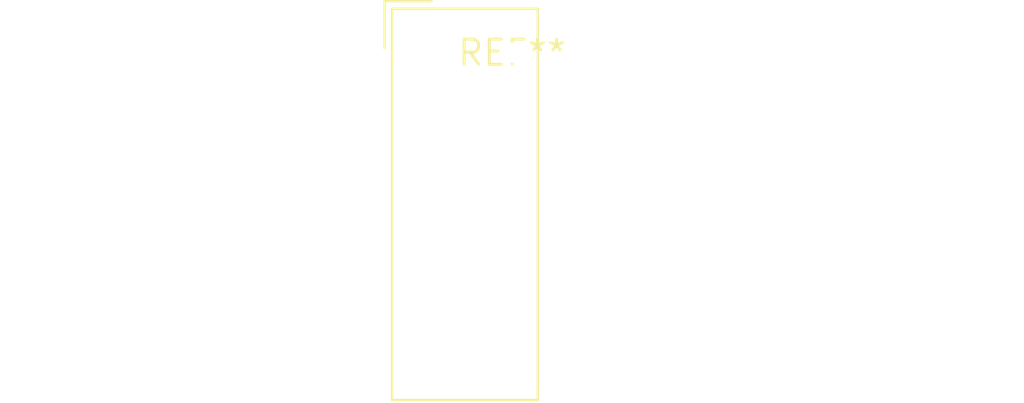
<source format=kicad_pcb>
(kicad_pcb (version 20240108) (generator pcbnew)
  (layers (0 "F.Cu" signal) (31 "B.Cu" signal) (34 "B.Paste" user) (35 "F.Paste" user) (36 "B.SilkS" user "B.Silkscreen") (37 "F.SilkS" user "F.Silkscreen") (38 "B.Mask" user) (39 "F.Mask" user) (44 "Edge.Cuts" user))
  (net 0 "")
  (footprint "Converter_DCDC_TRACO_TMA-15xxS_24xxS_Single_THT" (layer "F.Cu") (at 0 0)
    (property "Reference" "REF**")
    (property "Value" "Converter_DCDC_TRACO_TMA-15xxS_24xxS_Single_THT")
    (fp_line (start -6.425 -2.6) (end -4.058333 -2.6) (layer "F.SilkS") (stroke (width 0.12)))
    (fp_line (start -6.425 -0.233333) (end -6.425 -2.6) (layer "F.SilkS") (stroke (width 0.12)))
    (fp_line (start -6.045 -2.22) (end -6.045 17.52) (layer "F.SilkS") (stroke (width 0.12)))
    (fp_line (start -6.045 -2.22) (end 1.295 -2.22) (layer "F.SilkS") (stroke (width 0.12)))
    (fp_line (start -6.045 17.52) (end 1.295 17.52) (layer "F.SilkS") (stroke (width 0.12)))
    (fp_line (start 1.295 -2.22) (end 1.295 17.52) (layer "F.SilkS") (stroke (width 0.12)))
    (pad "1" thru_hole rect (at 0 0) (size 1.5 1.5) (drill 1) (layers *.Cu *.Mask) (remove_unused_layers))
    (pad "2" thru_hole circle (at 0 2.54) (size 1.5 1.5) (drill 1) (layers *.Cu *.Mask) (remove_unused_layers))
    (pad "4" thru_hole circle (at 0 7.62) (size 1.5 1.5) (drill 1) (layers *.Cu *.Mask) (remove_unused_layers))
    (pad "6" thru_hole circle (at 0 12.7) (size 1.5 1.5) (drill 1) (layers *.Cu *.Mask) (remove_unused_layers))
  )
)
</source>
